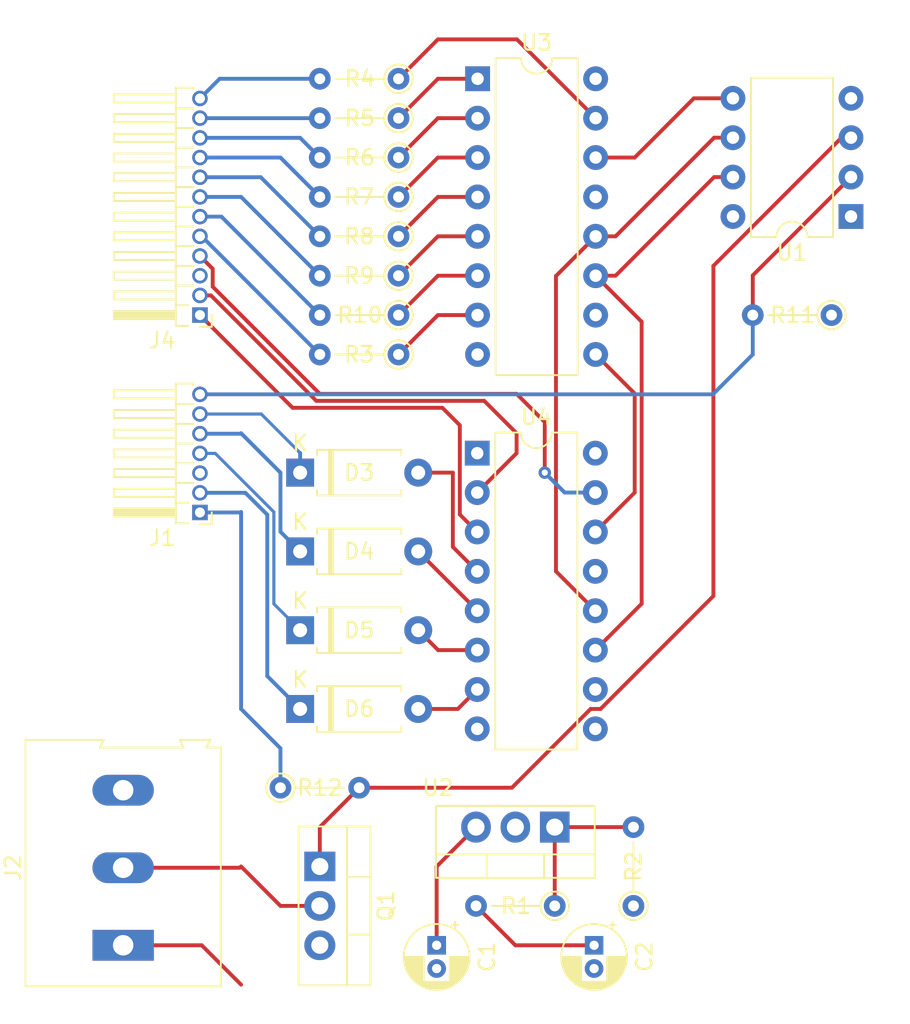
<source format=kicad_pcb>
(kicad_pcb (version 20211014) (generator pcbnew)
  (layers (0 "F.Cu" signal) (31 "B.Cu" signal) (34 "B.Paste" user) (35 "F.Paste" user) (36 "B.SilkS" user "B.Silkscreen") (37 "F.SilkS" user "F.Silkscreen") (38 "B.Mask" user) (39 "F.Mask" user) (44 "Edge.Cuts" user))
  (net 0 "")
  (net 1 "/Leds")
  (net 2 "GND")
  (net 3 "Net-(R1-Pad1)")
  (net 4 "/Data")
  (net 5 "/Clk")
  (net 6 "/Rclk")
  (net 7 "+3V3")
  (net 8 "+12V")
  (net 9 "/E")
  (net 10 "/D")
  (net 11 "/Digit1")
  (net 12 "/C")
  (net 13 "/H")
  (net 14 "/B")
  (net 15 "/A")
  (net 16 "/F")
  (net 17 "/G")
  (net 18 "/Digit3")
  (net 19 "/Digit4")
  (net 20 "/QH'")
  (net 21 "/Digit2")
  (net 24 "/SW_Push_-")
  (net 25 "/SW_Push_RESET")
  (net 26 "/SW_Push_+")
  (net 27 "/SW_Push_START")
  (net 28 "Net-(R3-Pad1)")
  (net 29 "Net-(R4-Pad1)")
  (net 30 "Net-(R5-Pad1)")
  (net 31 "Net-(R6-Pad1)")
  (net 32 "Net-(R7-Pad1)")
  (net 33 "Net-(R8-Pad1)")
  (net 34 "Net-(R9-Pad1)")
  (net 35 "Net-(R10-Pad1)")
  (net 36 "/Keypad")
  (net 37 "/Led")
  (net 38 "Net-(D3-Pad2)")
  (net 39 "Net-(D4-Pad2)")
  (net 40 "Net-(D5-Pad2)")
  (net 41 "Net-(D6-Pad2)")
  (net 42 "/Led_Array")
  (footprint "TerminalBlock:TerminalBlock_Altech_AK300-3_P5.00mm" (layer "F.Cu") (at 116.85 109.22 90)
    (fp_text reference "J2" (at 5 -7.1 90) (layer "F.SilkS"))
    (fp_text value "Screw_Terminal_01x03")
    (pad "1" thru_hole rect (at 0 0 90) (size 1.98 3.96) (drill 1.32) (layers *.Cu *.Mask) (net 8 "+12V"))
    (pad "2" thru_hole oval (at 5 0 90) (size 1.98 3.96) (drill 1.32) (layers *.Cu *.Mask) (net 42 "/Led_Array"))
    (pad "3" thru_hole oval (at 10 0 90) (size 1.98 3.96) (drill 1.32) (layers *.Cu *.Mask) (net 2 "GND"))
  )
  (footprint "Package_TO_SOT_THT:TO-220-3_Vertical" (layer "F.Cu") (at 129.54 104.14 -90)
    (fp_text reference "Q1" (at 2.54 -4.27 90) (layer "F.SilkS"))
    (fp_text value "IRF740")
    (pad "1" thru_hole rect (at 0 0 270) (size 1.905 2) (drill 1.1) (layers *.Cu *.Mask) (net 1 "/Leds"))
    (pad "2" thru_hole oval (at 2.54 0 270) (size 1.905 2) (drill 1.1) (layers *.Cu *.Mask) (net 42 "/Led_Array"))
    (pad "3" thru_hole oval (at 5.08 0 270) (size 1.905 2) (drill 1.1) (layers *.Cu *.Mask) (net 2 "GND"))
  )
  (footprint "Diode_THT:D_A-405_P7.62mm_Horizontal" (layer "F.Cu") (at 128.27 93.98)
    (fp_text reference "D6" (at 3.81 0) (layer "F.SilkS"))
    (fp_text value "D")
    (fp_text user "K" (at 0 -1.9) (layer "F.SilkS"))
    (pad "1" thru_hole rect (at 0 0) (size 1.8 1.8) (drill 0.9) (layers *.Cu *.Mask) (net 27 "/SW_Push_START"))
    (pad "2" thru_hole oval (at 7.62 0) (size 1.8 1.8) (drill 0.9) (layers *.Cu *.Mask) (net 41 "Net-(D6-Pad2)"))
  )
  (footprint "Resistor_THT:R_Axial_DIN0204_L3.6mm_D1.6mm_P5.08mm_Vertical" (layer "F.Cu") (at 134.62 53.34 180)
    (fp_text reference "R4" (at 2.5 0) (layer "F.SilkS"))
    (fp_text value "470R" hide)
    (pad "1" thru_hole circle (at 0 0 180) (size 1.4 1.4) (drill 0.7) (layers *.Cu *.Mask) (net 29 "Net-(R4-Pad1)"))
    (pad "2" thru_hole oval (at 5.08 0 180) (size 1.4 1.4) (drill 0.7) (layers *.Cu *.Mask) (net 15 "/A"))
  )
  (footprint "Resistor_THT:R_Axial_DIN0204_L3.6mm_D1.6mm_P5.08mm_Vertical" (layer "F.Cu") (at 162.56 68.58 180)
    (fp_text reference "R11" (at 2.5 0) (layer "F.SilkS"))
    (fp_text value "1K")
    (pad "1" thru_hole circle (at 0 0 180) (size 1.4 1.4) (drill 0.7) (layers *.Cu *.Mask) (net 2 "GND"))
    (pad "2" thru_hole oval (at 5.08 0 180) (size 1.4 1.4) (drill 0.7) (layers *.Cu *.Mask) (net 36 "/Keypad"))
  )
  (footprint "Resistor_THT:R_Axial_DIN0204_L3.6mm_D1.6mm_P5.08mm_Vertical" (layer "F.Cu") (at 127 99.06)
    (fp_text reference "R12" (at 2.54 0) (layer "F.SilkS"))
    (fp_text value "470R" hide)
    (pad "1" thru_hole circle (at 0 0) (size 1.4 1.4) (drill 0.7) (layers *.Cu *.Mask) (net 37 "/Led"))
    (pad "2" thru_hole oval (at 5.08 0) (size 1.4 1.4) (drill 0.7) (layers *.Cu *.Mask) (net 1 "/Leds"))
  )
  (footprint "Diode_THT:D_A-405_P7.62mm_Horizontal" (layer "F.Cu") (at 128.27 83.82)
    (fp_text reference "D4" (at 3.81 0) (layer "F.SilkS"))
    (fp_text value "D")
    (fp_text user "K" (at 0 -1.9) (layer "F.SilkS"))
    (pad "1" thru_hole rect (at 0 0) (size 1.8 1.8) (drill 0.9) (layers *.Cu *.Mask) (net 25 "/SW_Push_RESET"))
    (pad "2" thru_hole oval (at 7.62 0) (size 1.8 1.8) (drill 0.9) (layers *.Cu *.Mask) (net 39 "Net-(D4-Pad2)"))
  )
  (footprint "Diode_THT:D_A-405_P7.62mm_Horizontal" (layer "F.Cu") (at 128.27 88.9)
    (fp_text reference "D5" (at 3.81 0) (layer "F.SilkS"))
    (fp_text value "D")
    (fp_text user "K" (at 0 -1.9) (layer "F.SilkS"))
    (pad "1" thru_hole rect (at 0 0) (size 1.8 1.8) (drill 0.9) (layers *.Cu *.Mask) (net 26 "/SW_Push_+"))
    (pad "2" thru_hole oval (at 7.62 0) (size 1.8 1.8) (drill 0.9) (layers *.Cu *.Mask) (net 40 "Net-(D5-Pad2)"))
  )
  (footprint "Package_DIP:DIP-16_W7.62mm" (layer "F.Cu") (at 139.72 53.34)
    (fp_text reference "U3" (at 3.81 -2.33) (layer "F.SilkS"))
    (fp_text value "74AHCT595")
    (pad "1" thru_hole rect (at 0 0) (size 1.6 1.6) (drill 0.8) (layers *.Cu *.Mask) (net 30 "Net-(R5-Pad1)"))
    (pad "2" thru_hole oval (at 0 2.54) (size 1.6 1.6) (drill 0.8) (layers *.Cu *.Mask) (net 31 "Net-(R6-Pad1)"))
    (pad "3" thru_hole oval (at 0 5.08) (size 1.6 1.6) (drill 0.8) (layers *.Cu *.Mask) (net 32 "Net-(R7-Pad1)"))
    (pad "4" thru_hole oval (at 0 7.62) (size 1.6 1.6) (drill 0.8) (layers *.Cu *.Mask) (net 33 "Net-(R8-Pad1)"))
    (pad "5" thru_hole oval (at 0 10.16) (size 1.6 1.6) (drill 0.8) (layers *.Cu *.Mask) (net 34 "Net-(R9-Pad1)"))
    (pad "6" thru_hole oval (at 0 12.7) (size 1.6 1.6) (drill 0.8) (layers *.Cu *.Mask) (net 35 "Net-(R10-Pad1)"))
    (pad "7" thru_hole oval (at 0 15.24) (size 1.6 1.6) (drill 0.8) (layers *.Cu *.Mask) (net 28 "Net-(R3-Pad1)"))
    (pad "8" thru_hole oval (at 0 17.78) (size 1.6 1.6) (drill 0.8) (layers *.Cu *.Mask) (net 2 "GND"))
    (pad "9" thru_hole oval (at 7.62 17.78) (size 1.6 1.6) (drill 0.8) (layers *.Cu *.Mask) (net 20 "/QH'"))
    (pad "10" thru_hole oval (at 7.62 15.24) (size 1.6 1.6) (drill 0.8) (layers *.Cu *.Mask) (net 7 "+3V3"))
    (pad "11" thru_hole oval (at 7.62 12.7) (size 1.6 1.6) (drill 0.8) (layers *.Cu *.Mask) (net 5 "/Clk"))
    (pad "12" thru_hole oval (at 7.62 10.16) (size 1.6 1.6) (drill 0.8) (layers *.Cu *.Mask) (net 6 "/Rclk"))
    (pad "13" thru_hole oval (at 7.62 7.62) (size 1.6 1.6) (drill 0.8) (layers *.Cu *.Mask) (net 2 "GND"))
    (pad "14" thru_hole oval (at 7.62 5.08) (size 1.6 1.6) (drill 0.8) (layers *.Cu *.Mask) (net 4 "/Data"))
    (pad "15" thru_hole oval (at 7.62 2.54) (size 1.6 1.6) (drill 0.8) (layers *.Cu *.Mask) (net 29 "Net-(R4-Pad1)"))
    (pad "16" thru_hole oval (at 7.62 0) (size 1.6 1.6) (drill 0.8) (layers *.Cu *.Mask) (net 7 "+3V3"))
  )
  (footprint "Resistor_THT:R_Axial_DIN0204_L3.6mm_D1.6mm_P5.08mm_Vertical" (layer "F.Cu") (at 144.7 106.68 180)
    (fp_text reference "R1" (at 2.5 0) (layer "F.SilkS"))
    (fp_text value "1K" hide)
    (pad "1" thru_hole circle (at 0 0 180) (size 1.4 1.4) (drill 0.7) (layers *.Cu *.Mask) (net 3 "Net-(R1-Pad1)"))
    (pad "2" thru_hole oval (at 5.08 0 180) (size 1.4 1.4) (drill 0.7) (layers *.Cu *.Mask) (net 7 "+3V3"))
  )
  (footprint "Diode_THT:D_A-405_P7.62mm_Horizontal" (layer "F.Cu") (at 128.27 78.74)
    (fp_text reference "D3" (at 3.81 0) (layer "F.SilkS"))
    (fp_text value "D")
    (fp_text user "K" (at 0 -1.9) (layer "F.SilkS"))
    (pad "1" thru_hole rect (at 0 0) (size 1.8 1.8) (drill 0.9) (layers *.Cu *.Mask) (net 24 "/SW_Push_-"))
    (pad "2" thru_hole oval (at 7.62 0) (size 1.8 1.8) (drill 0.9) (layers *.Cu *.Mask) (net 38 "Net-(D3-Pad2)"))
  )
  (footprint "Resistor_THT:R_Axial_DIN0204_L3.6mm_D1.6mm_P5.08mm_Vertical" (layer "F.Cu") (at 134.62 68.58 180)
    (fp_text reference "R10" (at 2.5 0) (layer "F.SilkS"))
    (fp_text value "470R" hide)
    (pad "1" thru_hole circle (at 0 0 180) (size 1.4 1.4) (drill 0.7) (layers *.Cu *.Mask) (net 35 "Net-(R10-Pad1)"))
    (pad "2" thru_hole oval (at 5.08 0 180) (size 1.4 1.4) (drill 0.7) (layers *.Cu *.Mask) (net 17 "/G"))
  )
  (footprint "Capacitor_THT:CP_Radial_D4.0mm_P1.50mm" (layer "F.Cu") (at 137.08 109.22 -90)
    (fp_text reference "C1" (at 0.75 -3.25 90) (layer "F.SilkS"))
    (fp_text value "0.1µF" hide)
    (pad "1" thru_hole rect (at 0 0 270) (size 1.2 1.2) (drill 0.6) (layers *.Cu *.Mask) (net 8 "+12V"))
    (pad "2" thru_hole circle (at 1.5 0 270) (size 1.2 1.2) (drill 0.6) (layers *.Cu *.Mask) (net 2 "GND"))
  )
  (footprint "Resistor_THT:R_Axial_DIN0204_L3.6mm_D1.6mm_P5.08mm_Vertical" (layer "F.Cu") (at 134.62 63.5 180)
    (fp_text reference "R8" (at 2.54 0) (layer "F.SilkS"))
    (fp_text value "470R" hide)
    (pad "1" thru_hole circle (at 0 0 180) (size 1.4 1.4) (drill 0.7) (layers *.Cu *.Mask) (net 33 "Net-(R8-Pad1)"))
    (pad "2" thru_hole oval (at 5.08 0 180) (size 1.4 1.4) (drill 0.7) (layers *.Cu *.Mask) (net 9 "/E"))
  )
  (footprint "Connector_PinHeader_1.27mm:PinHeader_1x12_P1.27mm_Horizontal" (layer "F.Cu") (at 121.805 68.58 180)
    (fp_text reference "J4" (at 2.4325 -1.635) (layer "F.SilkS"))
    (fp_text value "Conn_01x12_Female")
    (pad "1" thru_hole rect (at 0 0 180) (size 1 1) (drill 0.65) (layers *.Cu *.Mask) (net 19 "/Digit4"))
    (pad "2" thru_hole oval (at 0 1.27 180) (size 1 1) (drill 0.65) (layers *.Cu *.Mask) (net 18 "/Digit3"))
    (pad "3" thru_hole oval (at 0 2.54 180) (size 1 1) (drill 0.65) (layers *.Cu *.Mask) (net 21 "/Digit2"))
    (pad "4" thru_hole oval (at 0 3.81 180) (size 1 1) (drill 0.65) (layers *.Cu *.Mask) (net 11 "/Digit1"))
    (pad "5" thru_hole oval (at 0 5.08 180) (size 1 1) (drill 0.65) (layers *.Cu *.Mask) (net 13 "/H"))
    (pad "6" thru_hole oval (at 0 6.35 180) (size 1 1) (drill 0.65) (layers *.Cu *.Mask) (net 17 "/G"))
    (pad "7" thru_hole oval (at 0 7.62 180) (size 1 1) (drill 0.65) (layers *.Cu *.Mask) (net 16 "/F"))
    (pad "8" thru_hole oval (at 0 8.89 180) (size 1 1) (drill 0.65) (layers *.Cu *.Mask) (net 9 "/E"))
    (pad "9" thru_hole oval (at 0 10.16 180) (size 1 1) (drill 0.65) (layers *.Cu *.Mask) (net 10 "/D"))
    (pad "10" thru_hole oval (at 0 11.43 180) (size 1 1) (drill 0.65) (layers *.Cu *.Mask) (net 12 "/C"))
    (pad "11" thru_hole oval (at 0 12.7 180) (size 1 1) (drill 0.65) (layers *.Cu *.Mask) (net 14 "/B"))
    (pad "12" thru_hole oval (at 0 13.97 180) (size 1 1) (drill 0.65) (layers *.Cu *.Mask) (net 15 "/A"))
  )
  (footprint "Package_DIP:DIP-16_W7.62mm" (layer "F.Cu") (at 139.7 77.485)
    (fp_text reference "U4" (at 3.81 -2.33) (layer "F.SilkS"))
    (fp_text value "74HC595")
    (pad "1" thru_hole rect (at 0 0) (size 1.6 1.6) (drill 0.8) (layers *.Cu *.Mask) (net 21 "/Digit2"))
    (pad "2" thru_hole oval (at 0 2.54) (size 1.6 1.6) (drill 0.8) (layers *.Cu *.Mask) (net 18 "/Digit3"))
    (pad "3" thru_hole oval (at 0 5.08) (size 1.6 1.6) (drill 0.8) (layers *.Cu *.Mask) (net 19 "/Digit4"))
    (pad "4" thru_hole oval (at 0 7.62) (size 1.6 1.6) (drill 0.8) (layers *.Cu *.Mask) (net 38 "Net-(D3-Pad2)"))
    (pad "5" thru_hole oval (at 0 10.16) (size 1.6 1.6) (drill 0.8) (layers *.Cu *.Mask) (net 39 "Net-(D4-Pad2)"))
    (pad "6" thru_hole oval (at 0 12.7) (size 1.6 1.6) (drill 0.8) (layers *.Cu *.Mask) (net 40 "Net-(D5-Pad2)"))
    (pad "7" thru_hole oval (at 0 15.24) (size 1.6 1.6) (drill 0.8) (layers *.Cu *.Mask) (net 41 "Net-(D6-Pad2)"))
    (pad "8" thru_hole oval (at 0 17.78) (size 1.6 1.6) (drill 0.8) (layers *.Cu *.Mask) (net 2 "GND"))
    (pad "9" thru_hole oval (at 7.62 17.78) (size 1.6 1.6) (drill 0.8) (layers *.Cu *.Mask))
    (pad "10" thru_hole oval (at 7.62 15.24) (size 1.6 1.6) (drill 0.8) (layers *.Cu *.Mask) (net 7 "+3V3"))
    (pad "11" thru_hole oval (at 7.62 12.7) (size 1.6 1.6) (drill 0.8) (layers *.Cu *.Mask) (net 5 "/Clk"))
    (pad "12" thru_hole oval (at 7.62 10.16) (size 1.6 1.6) (drill 0.8) (layers *.Cu *.Mask) (net 6 "/Rclk"))
    (pad "13" thru_hole oval (at 7.62 7.62) (size 1.6 1.6) (drill 0.8) (layers *.Cu *.Mask) (net 2 "GND"))
    (pad "14" thru_hole oval (at 7.62 5.08) (size 1.6 1.6) (drill 0.8) (layers *.Cu *.Mask) (net 20 "/QH'"))
    (pad "15" thru_hole oval (at 7.62 2.54) (size 1.6 1.6) (drill 0.8) (layers *.Cu *.Mask) (net 11 "/Digit1"))
    (pad "16" thru_hole oval (at 7.62 0) (size 1.6 1.6) (drill 0.8) (layers *.Cu *.Mask) (net 7 "+3V3"))
  )
  (footprint "Connector_PinHeader_1.27mm:PinHeader_1x07_P1.27mm_Horizontal" (layer "F.Cu") (at 121.805 81.31 180)
    (fp_text reference "J1" (at 2.4325 -1.635) (layer "F.SilkS"))
    (fp_text value "Conn_01x07_Female")
    (pad "1" thru_hole rect (at 0 0 180) (size 1 1) (drill 0.65) (layers *.Cu *.Mask) (net 37 "/Led"))
    (pad "2" thru_hole oval (at 0 1.27 180) (size 1 1) (drill 0.65) (layers *.Cu *.Mask) (net 27 "/SW_Push_START"))
    (pad "3" thru_hole oval (at 0 2.54 180) (size 1 1) (drill 0.65) (layers *.Cu *.Mask) (net 2 "GND"))
    (pad "4" thru_hole oval (at 0 3.81 180) (size 1 1) (drill 0.65) (layers *.Cu *.Mask) (net 26 "/SW_Push_+"))
    (pad "5" thru_hole oval (at 0 5.08 180) (size 1 1) (drill 0.65) (layers *.Cu *.Mask) (net 25 "/SW_Push_RESET"))
    (pad "6" thru_hole oval (at 0 6.35 180) (size 1 1) (drill 0.65) (layers *.Cu *.Mask) (net 24 "/SW_Push_-"))
    (pad "7" thru_hole oval (at 0 7.62 180) (size 1 1) (drill 0.65) (layers *.Cu *.Mask) (net 36 "/Keypad"))
  )
  (footprint "Package_TO_SOT_THT:TO-220-3_Vertical" (layer "F.Cu") (at 144.7 101.6 180)
    (fp_text reference "U2" (at 7.54 2.54) (layer "F.SilkS"))
    (fp_text value "LM317_TO-220" hide)
    (pad "1" thru_hole rect (at 0 0 180) (size 1.905 2) (drill 1.1) (layers *.Cu *.Mask) (net 3 "Net-(R1-Pad1)"))
    (pad "2" thru_hole oval (at 2.54 0 180) (size 1.905 2) (drill 1.1) (layers *.Cu *.Mask) (net 7 "+3V3"))
    (pad "3" thru_hole oval (at 5.08 0 180) (size 1.905 2) (drill 1.1) (layers *.Cu *.Mask) (net 8 "+12V"))
  )
  (footprint "Resistor_THT:R_Axial_DIN0204_L3.6mm_D1.6mm_P5.08mm_Vertical" (layer "F.Cu") (at 134.62 71.12 180)
    (fp_text reference "R3" (at 2.54 0) (layer "F.SilkS"))
    (fp_text value "470R" hide)
    (pad "1" thru_hole circle (at 0 0 180) (size 1.4 1.4) (drill 0.7) (layers *.Cu *.Mask) (net 28 "Net-(R3-Pad1)"))
    (pad "2" thru_hole oval (at 5.08 0 180) (size 1.4 1.4) (drill 0.7) (layers *.Cu *.Mask) (net 13 "/H"))
  )
  (footprint "Resistor_THT:R_Axial_DIN0204_L3.6mm_D1.6mm_P5.08mm_Vertical" (layer "F.Cu") (at 134.62 55.88 180)
    (fp_text reference "R5" (at 2.5 0) (layer "F.SilkS"))
    (fp_text value "470R" hide)
    (pad "1" thru_hole circle (at 0 0 180) (size 1.4 1.4) (drill 0.7) (layers *.Cu *.Mask) (net 30 "Net-(R5-Pad1)"))
    (pad "2" thru_hole oval (at 5.08 0 180) (size 1.4 1.4) (drill 0.7) (layers *.Cu *.Mask) (net 14 "/B"))
  )
  (footprint "Resistor_THT:R_Axial_DIN0204_L3.6mm_D1.6mm_P5.08mm_Vertical" (layer "F.Cu") (at 149.78 106.68 90)
    (fp_text reference "R2" (at 2.54 0 90) (layer "F.SilkS"))
    (fp_text value "1.5K" hide)
    (pad "1" thru_hole circle (at 0 0 90) (size 1.4 1.4) (drill 0.7) (layers *.Cu *.Mask) (net 2 "GND"))
    (pad "2" thru_hole oval (at 5.08 0 90) (size 1.4 1.4) (drill 0.7) (layers *.Cu *.Mask) (net 3 "Net-(R1-Pad1)"))
  )
  (footprint "Capacitor_THT:CP_Radial_D4.0mm_P1.50mm" (layer "F.Cu") (at 147.24 109.22 -90)
    (fp_text reference "C2" (at 0.75 -3.25 90) (layer "F.SilkS"))
    (fp_text value "10µF" hide)
    (pad "1" thru_hole rect (at 0 0 270) (size 1.2 1.2) (drill 0.6) (layers *.Cu *.Mask) (net 7 "+3V3"))
    (pad "2" thru_hole circle (at 1.5 0 270) (size 1.2 1.2) (drill 0.6) (layers *.Cu *.Mask) (net 2 "GND"))
  )
  (footprint "Resistor_THT:R_Axial_DIN0204_L3.6mm_D1.6mm_P5.08mm_Vertical" (layer "F.Cu") (at 134.62 58.42 180)
    (fp_text reference "R6" (at 2.5 0) (layer "F.SilkS"))
    (fp_text value "470R" hide)
    (pad "1" thru_hole circle (at 0 0 180) (size 1.4 1.4) (drill 0.7) (layers *.Cu *.Mask) (net 31 "Net-(R6-Pad1)"))
    (pad "2" thru_hole oval (at 5.08 0 180) (size 1.4 1.4) (drill 0.7) (layers *.Cu *.Mask) (net 12 "/C"))
  )
  (footprint "Resistor_THT:R_Axial_DIN0204_L3.6mm_D1.6mm_P5.08mm_Vertical" (layer "F.Cu") (at 134.62 60.96 180)
    (fp_text reference "R7" (at 2.54 0) (layer "F.SilkS"))
    (fp_text value "470R" hide)
    (pad "1" thru_hole circle (at 0 0 180) (size 1.4 1.4) (drill 0.7) (layers *.Cu *.Mask) (net 32 "Net-(R7-Pad1)"))
    (pad "2" thru_hole oval (at 5.08 0 180) (size 1.4 1.4) (drill 0.7) (layers *.Cu *.Mask) (net 10 "/D"))
  )
  (footprint "Resistor_THT:R_Axial_DIN0204_L3.6mm_D1.6mm_P5.08mm_Vertical" (layer "F.Cu") (at 134.62 66.04 180)
    (fp_text reference "R9" (at 2.54 0) (layer "F.SilkS"))
    (fp_text value "470R" hide)
    (pad "1" thru_hole circle (at 0 0 180) (size 1.4 1.4) (drill 0.7) (layers *.Cu *.Mask) (net 34 "Net-(R9-Pad1)"))
    (pad "2" thru_hole oval (at 5.08 0 180) (size 1.4 1.4) (drill 0.7) (layers *.Cu *.Mask) (net 16 "/F"))
  )
  (footprint "Package_DIP:DIP-8_W7.62mm" (layer "F.Cu") (at 163.82 62.22 180)
    (fp_text reference "U1" (at 3.81 -2.33) (layer "F.SilkS"))
    (fp_text value "ATtiny85-20P")
    (pad "1" thru_hole rect (at 0 0 180) (size 1.6 1.6) (drill 0.8) (layers *.Cu *.Mask))
    (pad "2" thru_hole oval (at 0 2.54 180) (size 1.6 1.6) (drill 0.8) (layers *.Cu *.Mask) (net 36 "/Keypad"))
    (pad "3" thru_hole oval (at 0 5.08 180) (size 1.6 1.6) (drill 0.8) (layers *.Cu *.Mask) (net 1 "/Leds"))
    (pad "4" thru_hole oval (at 0 7.62 180) (size 1.6 1.6) (drill 0.8) (layers *.Cu *.Mask) (net 2 "GND"))
    (pad "5" thru_hole oval (at 7.62 7.62 180) (size 1.6 1.6) (drill 0.8) (layers *.Cu *.Mask) (net 4 "/Data"))
    (pad "6" thru_hole oval (at 7.62 5.08 180) (size 1.6 1.6) (drill 0.8) (layers *.Cu *.Mask) (net 6 "/Rclk"))
    (pad "7" thru_hole oval (at 7.62 2.54 180) (size 1.6 1.6) (drill 0.8) (layers *.Cu *.Mask) (net 5 "/Clk"))
    (pad "8" thru_hole oval (at 7.62 0 180) (size 1.6 1.6) (drill 0.8) (layers *.Cu *.Mask) (net 7 "+3V3"))
  )
  (segment (start 129.54 101.6) (end 132.08 99.06) (width 0.25) (layer "F.Cu") (net 1))
  (segment (start 132.08 99.06) (end 141.9347 99.06) (width 0.25) (layer "F.Cu") (net 1))
  (segment (start 129.54 104.14) (end 129.54 101.6) (width 0.25) (layer "F.Cu") (net 1))
  (segment (start 154.94 86.6953) (end 154.94 65.404283) (width 0.25) (layer "F.Cu") (net 1))
  (segment (start 141.9347 99.06) (end 147.0147 93.98) (width 0.25) (layer "F.Cu") (net 1))
  (segment (start 147.6553 93.98) (end 154.94 86.6953) (width 0.25) (layer "F.Cu") (net 1))
  (segment (start 154.94 65.404283) (end 163.204283 57.14) (width 0.25) (layer "F.Cu") (net 1))
  (segment (start 147.0147 93.98) (end 147.6553 93.98) (width 0.25) (layer "F.Cu") (net 1))
  (segment (start 163.204283 57.14) (end 163.82 57.14) (width 0.25) (layer "F.Cu") (net 1))
  (segment (start 144.7 106.68) (end 144.7 101.6) (width 0.25) (layer "F.Cu") (net 3))
  (segment (start 149.78 101.6) (end 144.7 101.6) (width 0.25) (layer "F.Cu") (net 3))
  (segment (start 156.2 54.6) (end 153.68 54.6) (width 0.25) (layer "F.Cu") (net 4))
  (segment (start 153.68 54.6) (end 149.86 58.42) (width 0.25) (layer "F.Cu") (net 4))
  (segment (start 149.86 58.42) (end 147.34 58.42) (width 0.25) (layer "F.Cu") (net 4))
  (segment (start 147.34 66.04) (end 150.30952 69.00952) (width 0.25) (layer "F.Cu") (net 5))
  (segment (start 150.30952 87.19548) (end 147.32 90.185) (width 0.25) (layer "F.Cu") (net 5))
  (segment (start 154.985 59.68) (end 148.625 66.04) (width 0.25) (layer "F.Cu") (net 5))
  (segment (start 156.2 59.68) (end 154.985 59.68) (width 0.25) (layer "F.Cu") (net 5))
  (segment (start 150.30952 69.00952) (end 150.30952 87.19548) (width 0.25) (layer "F.Cu") (net 5))
  (segment (start 148.625 66.04) (end 147.34 66.04) (width 0.25) (layer "F.Cu") (net 5))
  (segment (start 156.2 57.14) (end 154.985 57.14) (width 0.25) (layer "F.Cu") (net 6))
  (segment (start 144.78 66.06) (end 147.34 63.5) (width 0.25) (layer "F.Cu") (net 6))
  (segment (start 148.625 63.5) (end 147.34 63.5) (width 0.25) (layer "F.Cu") (net 6))
  (segment (start 147.32 87.645) (end 144.78 85.105) (width 0.25) (layer "F.Cu") (net 6))
  (segment (start 154.985 57.14) (end 148.625 63.5) (width 0.25) (layer "F.Cu") (net 6))
  (segment (start 144.78 85.105) (end 144.78 66.06) (width 0.25) (layer "F.Cu") (net 6))
  (segment (start 142.16 109.22) (end 147.24 109.22) (width 0.25) (layer "F.Cu") (net 7))
  (segment (start 139.62 106.68) (end 142.16 109.22) (width 0.25) (layer "F.Cu") (net 7))
  (segment (start 137.08 104.14) (end 137.08 109.22) (width 0.25) (layer "F.Cu") (net 8))
  (segment (start 139.62 101.6) (end 137.08 104.14) (width 0.25) (layer "F.Cu") (net 8))
  (segment (start 121.92 109.22) (end 124.46 111.76) (width 0.25) (layer "F.Cu") (net 8))
  (segment (start 116.85 109.22) (end 121.92 109.22) (width 0.25) (layer "F.Cu") (net 8))
  (segment (start 125.73 59.69) (end 121.805 59.69) (width 0.25) (layer "B.Cu") (net 9))
  (segment (start 129.54 63.5) (end 125.73 59.69) (width 0.25) (layer "B.Cu") (net 9))
  (segment (start 121.805 58.42) (end 127 58.42) (width 0.25) (layer "B.Cu") (net 10))
  (segment (start 127 58.42) (end 129.54 60.96) (width 0.25) (layer "B.Cu") (net 10))
  (segment (start 121.805 64.77) (end 122.629511 65.594511) (width 0.25) (layer "F.Cu") (net 11))
  (segment (start 122.629511 65.594511) (end 122.629511 66.749511) (width 0.25) (layer "F.Cu") (net 11))
  (segment (start 122.629511 66.749511) (end 129.54 73.66) (width 0.25) (layer "F.Cu") (net 11))
  (segment (start 142.24 73.66) (end 144.0555 75.4755) (width 0.25) (layer "F.Cu") (net 11))
  (segment (start 129.54 73.66) (end 142.24 73.66) (width 0.25) (layer "F.Cu") (net 11))
  (segment (start 144.0555 75.4755) (end 144.0555 78.74) (width 0.25) (layer "F.Cu") (net 11))
  (via (at 144.0555 78.74) (size 0.8) (drill 0.4) (layers "F.Cu" "B.Cu") (net 11))
  (segment (start 144.0555 78.74) (end 145.3405 80.025) (width 0.25) (layer "B.Cu") (net 11))
  (segment (start 145.3405 80.025) (end 147.32 80.025) (width 0.25) (layer "B.Cu") (net 11))
  (segment (start 128.27 57.15) (end 129.54 58.42) (width 0.25) (layer "B.Cu") (net 12))
  (segment (start 121.805 57.15) (end 128.27 57.15) (width 0.25) (layer "B.Cu") (net 12))
  (segment (start 129.54 71.12) (end 121.92 63.5) (width 0.25) (layer "B.Cu") (net 13))
  (segment (start 121.92 63.5) (end 121.805 63.5) (width 0.25) (layer "B.Cu") (net 13))
  (segment (start 129.54 55.88) (end 121.805 55.88) (width 0.25) (layer "B.Cu") (net 14))
  (segment (start 123.075 53.34) (end 121.805 54.61) (width 0.25) (layer "B.Cu") (net 15))
  (segment (start 129.54 53.34) (end 123.075 53.34) (width 0.25) (layer "B.Cu") (net 15))
  (segment (start 129.54 66.04) (end 124.46 60.96) (width 0.25) (layer "B.Cu") (net 16))
  (segment (start 124.46 60.96) (end 121.805 60.96) (width 0.25) (layer "B.Cu") (net 16))
  (segment (start 123.19 62.23) (end 121.805 62.23) (width 0.25) (layer "B.Cu") (net 17))
  (segment (start 129.54 68.58) (end 123.19 62.23) (width 0.25) (layer "B.Cu") (net 17))
  (segment (start 122.512106 67.31) (end 129.311626 74.10952) (width 0.25) (layer "F.Cu") (net 18))
  (segment (start 142.24 76.2) (end 142.24 77.485) (width 0.25) (layer "F.Cu") (net 18))
  (segment (start 129.311626 74.10952) (end 140.14952 74.10952) (width 0.25) (layer "F.Cu") (net 18))
  (segment (start 140.14952 74.10952) (end 142.24 76.2) (width 0.25) (layer "F.Cu") (net 18))
  (segment (start 121.805 67.31) (end 122.512106 67.31) (width 0.25) (layer "F.Cu") (net 18))
  (segment (start 142.24 77.485) (end 139.7 80.025) (width 0.25) (layer "F.Cu") (net 18))
  (segment (start 139.7 82.565) (end 138.575489 81.440489) (width 0.25) (layer "F.Cu") (net 19))
  (segment (start 138.575489 75.683551) (end 137.450978 74.55904) (width 0.25) (layer "F.Cu") (net 19))
  (segment (start 127.78404 74.55904) (end 121.805 68.58) (width 0.25) (layer "F.Cu") (net 19))
  (segment (start 137.450978 74.55904) (end 127.78404 74.55904) (width 0.25) (layer "F.Cu") (net 19))
  (segment (start 138.575489 81.440489) (end 138.575489 75.683551) (width 0.25) (layer "F.Cu") (net 19))
  (segment (start 149.86 80.025) (end 147.32 82.565) (width 0.25) (layer "F.Cu") (net 20))
  (segment (start 147.34 71.12) (end 149.86 73.64) (width 0.25) (layer "F.Cu") (net 20))
  (segment (start 149.86 73.64) (end 149.86 80.025) (width 0.25) (layer "F.Cu") (net 20))
  (segment (start 125.76 74.96) (end 128.27 77.47) (width 0.2) (layer "B.Cu") (net 24))
  (segment (start 121.805 74.96) (end 125.76 74.96) (width 0.2) (layer "B.Cu") (net 24))
  (segment (start 128.27 78.74) (end 128.27 77.47) (width 0.25) (layer "B.Cu") (net 24))
  (segment (start 127 78.74) (end 127 82.55) (width 0.25) (layer "B.Cu") (net 25))
  (segment (start 127 82.55) (end 128.27 83.82) (width 0.25) (layer "B.Cu") (net 25))
  (segment (start 124.46 76.2) (end 127 78.74) (width 0.25) (layer "B.Cu") (net 25))
  (segment (start 124.43 76.23) (end 124.46 76.2) (width 0.25) (layer "B.Cu") (net 25))
  (segment (start 121.805 76.23) (end 124.43 76.23) (width 0.25) (layer "B.Cu") (net 25))
  (segment (start 126.57548 81.28) (end 126.575481 87.205481) (width 0.2) (layer "B.Cu") (net 26))
  (segment (start 121.805 77.5) (end 122.79548 77.5) (width 0.2) (layer "B.Cu") (net 26))
  (segment (start 126.575481 87.205481) (end 128.27 88.9) (width 0.2) (layer "B.Cu") (net 26))
  (segment (start 122.79548 77.5) (end 126.57548 81.28) (width 0.2) (layer "B.Cu") (net 26))
  (segment (start 124.735118 80.04) (end 126.15096 81.455842) (width 0.25) (layer "B.Cu") (net 27))
  (segment (start 126.15096 81.455842) (end 126.15096 91.86096) (width 0.25) (layer "B.Cu") (net 27))
  (segment (start 126.15096 91.86096) (end 128.27 93.98) (width 0.25) (layer "B.Cu") (net 27))
  (segment (start 121.805 80.04) (end 124.735118 80.04) (width 0.25) (layer "B.Cu") (net 27))
  (segment (start 139.72 68.58) (end 137.16 68.58) (width 0.25) (layer "F.Cu") (net 28))
  (segment (start 137.16 68.58) (end 134.62 71.12) (width 0.25) (layer "F.Cu") (net 28))
  (segment (start 137.16 50.8) (end 142.26 50.8) (width 0.25) (layer "F.Cu") (net 29))
  (segment (start 134.62 53.34) (end 137.16 50.8) (width 0.25) (layer "F.Cu") (net 29))
  (segment (start 142.26 50.8) (end 147.34 55.88) (width 0.25) (layer "F.Cu") (net 29))
  (segment (start 137.16 53.34) (end 139.72 53.34) (width 0.25) (layer "F.Cu") (net 30))
  (segment (start 134.62 55.88) (end 137.16 53.34) (width 0.25) (layer "F.Cu") (net 30))
  (segment (start 134.62 58.42) (end 137.16 55.88) (width 0.25) (layer "F.Cu") (net 31))
  (segment (start 137.16 55.88) (end 139.72 55.88) (width 0.25) (layer "F.Cu") (net 31))
  (segment (start 137.16 58.42) (end 139.72 58.42) (width 0.25) (layer "F.Cu") (net 32))
  (segment (start 134.62 60.96) (end 137.16 58.42) (width 0.25) (layer "F.Cu") (net 32))
  (segment (start 137.16 60.96) (end 139.72 60.96) (width 0.25) (layer "F.Cu") (net 33))
  (segment (start 134.62 63.5) (end 137.16 60.96) (width 0.25) (layer "F.Cu") (net 33))
  (segment (start 137.16 63.5) (end 139.72 63.5) (width 0.25) (layer "F.Cu") (net 34))
  (segment (start 134.62 66.04) (end 137.16 63.5) (width 0.25) (layer "F.Cu") (net 34))
  (segment (start 137.16 66.04) (end 139.72 66.04) (width 0.25) (layer "F.Cu") (net 35))
  (segment (start 134.62 68.58) (end 137.16 66.04) (width 0.25) (layer "F.Cu") (net 35))
  (segment (start 163.82 59.68) (end 157.48 66.02) (width 0.25) (layer "F.Cu") (net 36))
  (segment (start 157.48 66.02) (end 157.48 68.58) (width 0.25) (layer "F.Cu") (net 36))
  (segment (start 154.91 73.69) (end 157.48 71.12) (width 0.25) (layer "B.Cu") (net 36))
  (segment (start 157.48 71.12) (end 157.48 68.58) (width 0.25) (layer "B.Cu") (net 36))
  (segment (start 121.805 73.69) (end 154.91 73.69) (width 0.25) (layer "B.Cu") (net 36))
  (segment (start 127 96.52) (end 127 99.06) (width 0.25) (layer "B.Cu") (net 37))
  (segment (start 124.43 81.31) (end 124.46 81.28) (width 0.25) (layer "B.Cu") (net 37))
  (segment (start 124.46 81.28) (end 124.46 93.98) (width 0.25) (layer "B.Cu") (net 37))
  (segment (start 121.805 81.31) (end 124.43 81.31) (width 0.25) (layer "B.Cu") (net 37))
  (segment (start 124.46 93.98) (end 127 96.52) (width 0.25) (layer "B.Cu") (net 37))
  (segment (start 135.89 78.74) (end 138.125969 78.74) (width 0.25) (layer "F.Cu") (net 38))
  (segment (start 138.125969 78.74) (end 138.125969 83.530969) (width 0.25) (layer "F.Cu") (net 38))
  (segment (start 138.125969 83.530969) (end 139.7 85.105) (width 0.25) (layer "F.Cu") (net 38))
  (segment (start 139.7 87.63) (end 139.7 87.645) (width 0.25) (layer "F.Cu") (net 39))
  (segment (start 135.89 83.82) (end 139.7 87.63) (width 0.25) (layer "F.Cu") (net 39))
  (segment (start 137.175 90.185) (end 139.7 90.185) (width 0.25) (layer "F.Cu") (net 40))
  (segment (start 135.89 88.9) (end 137.175 90.185) (width 0.25) (layer "F.Cu") (net 40))
  (segment (start 135.89 93.98) (end 138.445 93.98) (width 0.25) (layer "F.Cu") (net 41))
  (segment (start 138.445 93.98) (end 139.7 92.725) (width 0.25) (layer "F.Cu") (net 41))
  (segment (start 124.46 104.14) (end 124.38 104.22) (width 0.25) (layer "F.Cu") (net 42))
  (segment (start 127 106.68) (end 124.46 104.14) (width 0.25) (layer "F.Cu") (net 42))
  (segment (start 124.38 104.22) (end 116.85 104.22) (width 0.25) (layer "F.Cu") (net 42))
  (segment (start 129.54 106.68) (end 127 106.68) (width 0.25) (layer "F.Cu") (net 42))
)
</source>
